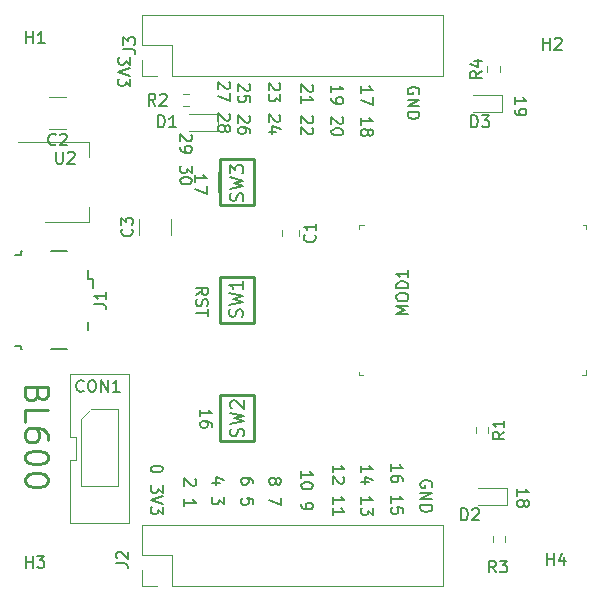
<source format=gbr>
%TF.GenerationSoftware,KiCad,Pcbnew,(5.1.12-1-10_14)*%
%TF.CreationDate,2022-01-30T11:35:25+08:00*%
%TF.ProjectId,bl600-sa-devboard,626c3630-302d-4736-912d-646576626f61,rev?*%
%TF.SameCoordinates,Original*%
%TF.FileFunction,Legend,Top*%
%TF.FilePolarity,Positive*%
%FSLAX46Y46*%
G04 Gerber Fmt 4.6, Leading zero omitted, Abs format (unit mm)*
G04 Created by KiCad (PCBNEW (5.1.12-1-10_14)) date 2022-01-30 11:35:25*
%MOMM*%
%LPD*%
G01*
G04 APERTURE LIST*
%ADD10C,0.250000*%
%ADD11C,0.150000*%
%ADD12C,0.120000*%
%ADD13C,0.100076*%
%ADD14C,0.254000*%
%ADD15C,0.152400*%
G04 APERTURE END LIST*
D10*
X103112857Y-82986190D02*
X103017619Y-83271904D01*
X102922380Y-83367142D01*
X102731904Y-83462380D01*
X102446190Y-83462380D01*
X102255714Y-83367142D01*
X102160476Y-83271904D01*
X102065238Y-83081428D01*
X102065238Y-82319523D01*
X104065238Y-82319523D01*
X104065238Y-82986190D01*
X103970000Y-83176666D01*
X103874761Y-83271904D01*
X103684285Y-83367142D01*
X103493809Y-83367142D01*
X103303333Y-83271904D01*
X103208095Y-83176666D01*
X103112857Y-82986190D01*
X103112857Y-82319523D01*
X102065238Y-85271904D02*
X102065238Y-84319523D01*
X104065238Y-84319523D01*
X104065238Y-86795714D02*
X104065238Y-86414761D01*
X103970000Y-86224285D01*
X103874761Y-86129047D01*
X103589047Y-85938571D01*
X103208095Y-85843333D01*
X102446190Y-85843333D01*
X102255714Y-85938571D01*
X102160476Y-86033809D01*
X102065238Y-86224285D01*
X102065238Y-86605238D01*
X102160476Y-86795714D01*
X102255714Y-86890952D01*
X102446190Y-86986190D01*
X102922380Y-86986190D01*
X103112857Y-86890952D01*
X103208095Y-86795714D01*
X103303333Y-86605238D01*
X103303333Y-86224285D01*
X103208095Y-86033809D01*
X103112857Y-85938571D01*
X102922380Y-85843333D01*
X104065238Y-88224285D02*
X104065238Y-88414761D01*
X103970000Y-88605238D01*
X103874761Y-88700476D01*
X103684285Y-88795714D01*
X103303333Y-88890952D01*
X102827142Y-88890952D01*
X102446190Y-88795714D01*
X102255714Y-88700476D01*
X102160476Y-88605238D01*
X102065238Y-88414761D01*
X102065238Y-88224285D01*
X102160476Y-88033809D01*
X102255714Y-87938571D01*
X102446190Y-87843333D01*
X102827142Y-87748095D01*
X103303333Y-87748095D01*
X103684285Y-87843333D01*
X103874761Y-87938571D01*
X103970000Y-88033809D01*
X104065238Y-88224285D01*
X104065238Y-90129047D02*
X104065238Y-90319523D01*
X103970000Y-90510000D01*
X103874761Y-90605238D01*
X103684285Y-90700476D01*
X103303333Y-90795714D01*
X102827142Y-90795714D01*
X102446190Y-90700476D01*
X102255714Y-90605238D01*
X102160476Y-90510000D01*
X102065238Y-90319523D01*
X102065238Y-90129047D01*
X102160476Y-89938571D01*
X102255714Y-89843333D01*
X102446190Y-89748095D01*
X102827142Y-89652857D01*
X103303333Y-89652857D01*
X103684285Y-89748095D01*
X103874761Y-89843333D01*
X103970000Y-89938571D01*
X104065238Y-90129047D01*
D11*
X113737619Y-89230476D02*
X113737619Y-89325714D01*
X113690000Y-89420952D01*
X113642380Y-89468571D01*
X113547142Y-89516190D01*
X113356666Y-89563809D01*
X113118571Y-89563809D01*
X112928095Y-89516190D01*
X112832857Y-89468571D01*
X112785238Y-89420952D01*
X112737619Y-89325714D01*
X112737619Y-89230476D01*
X112785238Y-89135238D01*
X112832857Y-89087619D01*
X112928095Y-89040000D01*
X113118571Y-88992380D01*
X113356666Y-88992380D01*
X113547142Y-89040000D01*
X113642380Y-89087619D01*
X113690000Y-89135238D01*
X113737619Y-89230476D01*
X113737619Y-90659047D02*
X113737619Y-91278095D01*
X113356666Y-90944761D01*
X113356666Y-91087619D01*
X113309047Y-91182857D01*
X113261428Y-91230476D01*
X113166190Y-91278095D01*
X112928095Y-91278095D01*
X112832857Y-91230476D01*
X112785238Y-91182857D01*
X112737619Y-91087619D01*
X112737619Y-90801904D01*
X112785238Y-90706666D01*
X112832857Y-90659047D01*
X113737619Y-91563809D02*
X112737619Y-91897142D01*
X113737619Y-92230476D01*
X113737619Y-92468571D02*
X113737619Y-93087619D01*
X113356666Y-92754285D01*
X113356666Y-92897142D01*
X113309047Y-92992380D01*
X113261428Y-93040000D01*
X113166190Y-93087619D01*
X112928095Y-93087619D01*
X112832857Y-93040000D01*
X112785238Y-92992380D01*
X112737619Y-92897142D01*
X112737619Y-92611428D01*
X112785238Y-92516190D01*
X112832857Y-92468571D01*
X116482380Y-90137142D02*
X116530000Y-90184761D01*
X116577619Y-90280000D01*
X116577619Y-90518095D01*
X116530000Y-90613333D01*
X116482380Y-90660952D01*
X116387142Y-90708571D01*
X116291904Y-90708571D01*
X116149047Y-90660952D01*
X115577619Y-90089523D01*
X115577619Y-90708571D01*
X115577619Y-92422857D02*
X115577619Y-91851428D01*
X115577619Y-92137142D02*
X116577619Y-92137142D01*
X116434761Y-92041904D01*
X116339523Y-91946666D01*
X116291904Y-91851428D01*
X118554285Y-90463333D02*
X117887619Y-90463333D01*
X118935238Y-90225238D02*
X118220952Y-89987142D01*
X118220952Y-90606190D01*
X118887619Y-91653809D02*
X118887619Y-92272857D01*
X118506666Y-91939523D01*
X118506666Y-92082380D01*
X118459047Y-92177619D01*
X118411428Y-92225238D01*
X118316190Y-92272857D01*
X118078095Y-92272857D01*
X117982857Y-92225238D01*
X117935238Y-92177619D01*
X117887619Y-92082380D01*
X117887619Y-91796666D01*
X117935238Y-91701428D01*
X117982857Y-91653809D01*
X121387619Y-90513333D02*
X121387619Y-90322857D01*
X121340000Y-90227619D01*
X121292380Y-90180000D01*
X121149523Y-90084761D01*
X120959047Y-90037142D01*
X120578095Y-90037142D01*
X120482857Y-90084761D01*
X120435238Y-90132380D01*
X120387619Y-90227619D01*
X120387619Y-90418095D01*
X120435238Y-90513333D01*
X120482857Y-90560952D01*
X120578095Y-90608571D01*
X120816190Y-90608571D01*
X120911428Y-90560952D01*
X120959047Y-90513333D01*
X121006666Y-90418095D01*
X121006666Y-90227619D01*
X120959047Y-90132380D01*
X120911428Y-90084761D01*
X120816190Y-90037142D01*
X121387619Y-92275238D02*
X121387619Y-91799047D01*
X120911428Y-91751428D01*
X120959047Y-91799047D01*
X121006666Y-91894285D01*
X121006666Y-92132380D01*
X120959047Y-92227619D01*
X120911428Y-92275238D01*
X120816190Y-92322857D01*
X120578095Y-92322857D01*
X120482857Y-92275238D01*
X120435238Y-92227619D01*
X120387619Y-92132380D01*
X120387619Y-91894285D01*
X120435238Y-91799047D01*
X120482857Y-91751428D01*
X123309047Y-90227619D02*
X123356666Y-90132380D01*
X123404285Y-90084761D01*
X123499523Y-90037142D01*
X123547142Y-90037142D01*
X123642380Y-90084761D01*
X123690000Y-90132380D01*
X123737619Y-90227619D01*
X123737619Y-90418095D01*
X123690000Y-90513333D01*
X123642380Y-90560952D01*
X123547142Y-90608571D01*
X123499523Y-90608571D01*
X123404285Y-90560952D01*
X123356666Y-90513333D01*
X123309047Y-90418095D01*
X123309047Y-90227619D01*
X123261428Y-90132380D01*
X123213809Y-90084761D01*
X123118571Y-90037142D01*
X122928095Y-90037142D01*
X122832857Y-90084761D01*
X122785238Y-90132380D01*
X122737619Y-90227619D01*
X122737619Y-90418095D01*
X122785238Y-90513333D01*
X122832857Y-90560952D01*
X122928095Y-90608571D01*
X123118571Y-90608571D01*
X123213809Y-90560952D01*
X123261428Y-90513333D01*
X123309047Y-90418095D01*
X123737619Y-91703809D02*
X123737619Y-92370476D01*
X122737619Y-91941904D01*
X125457619Y-90042380D02*
X125457619Y-89470952D01*
X125457619Y-89756666D02*
X126457619Y-89756666D01*
X126314761Y-89661428D01*
X126219523Y-89566190D01*
X126171904Y-89470952D01*
X126457619Y-90661428D02*
X126457619Y-90756666D01*
X126410000Y-90851904D01*
X126362380Y-90899523D01*
X126267142Y-90947142D01*
X126076666Y-90994761D01*
X125838571Y-90994761D01*
X125648095Y-90947142D01*
X125552857Y-90899523D01*
X125505238Y-90851904D01*
X125457619Y-90756666D01*
X125457619Y-90661428D01*
X125505238Y-90566190D01*
X125552857Y-90518571D01*
X125648095Y-90470952D01*
X125838571Y-90423333D01*
X126076666Y-90423333D01*
X126267142Y-90470952D01*
X126362380Y-90518571D01*
X126410000Y-90566190D01*
X126457619Y-90661428D01*
X125457619Y-92232857D02*
X125457619Y-92423333D01*
X125505238Y-92518571D01*
X125552857Y-92566190D01*
X125695714Y-92661428D01*
X125886190Y-92709047D01*
X126267142Y-92709047D01*
X126362380Y-92661428D01*
X126410000Y-92613809D01*
X126457619Y-92518571D01*
X126457619Y-92328095D01*
X126410000Y-92232857D01*
X126362380Y-92185238D01*
X126267142Y-92137619D01*
X126029047Y-92137619D01*
X125933809Y-92185238D01*
X125886190Y-92232857D01*
X125838571Y-92328095D01*
X125838571Y-92518571D01*
X125886190Y-92613809D01*
X125933809Y-92661428D01*
X126029047Y-92709047D01*
X128127619Y-89566190D02*
X128127619Y-88994761D01*
X128127619Y-89280476D02*
X129127619Y-89280476D01*
X128984761Y-89185238D01*
X128889523Y-89090000D01*
X128841904Y-88994761D01*
X129032380Y-89947142D02*
X129080000Y-89994761D01*
X129127619Y-90090000D01*
X129127619Y-90328095D01*
X129080000Y-90423333D01*
X129032380Y-90470952D01*
X128937142Y-90518571D01*
X128841904Y-90518571D01*
X128699047Y-90470952D01*
X128127619Y-89899523D01*
X128127619Y-90518571D01*
X128127619Y-92232857D02*
X128127619Y-91661428D01*
X128127619Y-91947142D02*
X129127619Y-91947142D01*
X128984761Y-91851904D01*
X128889523Y-91756666D01*
X128841904Y-91661428D01*
X128127619Y-93185238D02*
X128127619Y-92613809D01*
X128127619Y-92899523D02*
X129127619Y-92899523D01*
X128984761Y-92804285D01*
X128889523Y-92709047D01*
X128841904Y-92613809D01*
X130527619Y-89566190D02*
X130527619Y-88994761D01*
X130527619Y-89280476D02*
X131527619Y-89280476D01*
X131384761Y-89185238D01*
X131289523Y-89090000D01*
X131241904Y-88994761D01*
X131194285Y-90423333D02*
X130527619Y-90423333D01*
X131575238Y-90185238D02*
X130860952Y-89947142D01*
X130860952Y-90566190D01*
X130527619Y-92232857D02*
X130527619Y-91661428D01*
X130527619Y-91947142D02*
X131527619Y-91947142D01*
X131384761Y-91851904D01*
X131289523Y-91756666D01*
X131241904Y-91661428D01*
X131527619Y-92566190D02*
X131527619Y-93185238D01*
X131146666Y-92851904D01*
X131146666Y-92994761D01*
X131099047Y-93090000D01*
X131051428Y-93137619D01*
X130956190Y-93185238D01*
X130718095Y-93185238D01*
X130622857Y-93137619D01*
X130575238Y-93090000D01*
X130527619Y-92994761D01*
X130527619Y-92709047D01*
X130575238Y-92613809D01*
X130622857Y-92566190D01*
X133077619Y-89466190D02*
X133077619Y-88894761D01*
X133077619Y-89180476D02*
X134077619Y-89180476D01*
X133934761Y-89085238D01*
X133839523Y-88990000D01*
X133791904Y-88894761D01*
X134077619Y-90323333D02*
X134077619Y-90132857D01*
X134030000Y-90037619D01*
X133982380Y-89990000D01*
X133839523Y-89894761D01*
X133649047Y-89847142D01*
X133268095Y-89847142D01*
X133172857Y-89894761D01*
X133125238Y-89942380D01*
X133077619Y-90037619D01*
X133077619Y-90228095D01*
X133125238Y-90323333D01*
X133172857Y-90370952D01*
X133268095Y-90418571D01*
X133506190Y-90418571D01*
X133601428Y-90370952D01*
X133649047Y-90323333D01*
X133696666Y-90228095D01*
X133696666Y-90037619D01*
X133649047Y-89942380D01*
X133601428Y-89894761D01*
X133506190Y-89847142D01*
X133077619Y-92132857D02*
X133077619Y-91561428D01*
X133077619Y-91847142D02*
X134077619Y-91847142D01*
X133934761Y-91751904D01*
X133839523Y-91656666D01*
X133791904Y-91561428D01*
X134077619Y-93037619D02*
X134077619Y-92561428D01*
X133601428Y-92513809D01*
X133649047Y-92561428D01*
X133696666Y-92656666D01*
X133696666Y-92894761D01*
X133649047Y-92990000D01*
X133601428Y-93037619D01*
X133506190Y-93085238D01*
X133268095Y-93085238D01*
X133172857Y-93037619D01*
X133125238Y-92990000D01*
X133077619Y-92894761D01*
X133077619Y-92656666D01*
X133125238Y-92561428D01*
X133172857Y-92513809D01*
X136510000Y-90818095D02*
X136557619Y-90722857D01*
X136557619Y-90580000D01*
X136510000Y-90437142D01*
X136414761Y-90341904D01*
X136319523Y-90294285D01*
X136129047Y-90246666D01*
X135986190Y-90246666D01*
X135795714Y-90294285D01*
X135700476Y-90341904D01*
X135605238Y-90437142D01*
X135557619Y-90580000D01*
X135557619Y-90675238D01*
X135605238Y-90818095D01*
X135652857Y-90865714D01*
X135986190Y-90865714D01*
X135986190Y-90675238D01*
X135557619Y-91294285D02*
X136557619Y-91294285D01*
X135557619Y-91865714D01*
X136557619Y-91865714D01*
X135557619Y-92341904D02*
X136557619Y-92341904D01*
X136557619Y-92580000D01*
X136510000Y-92722857D01*
X136414761Y-92818095D01*
X136319523Y-92865714D01*
X136129047Y-92913333D01*
X135986190Y-92913333D01*
X135795714Y-92865714D01*
X135700476Y-92818095D01*
X135605238Y-92722857D01*
X135557619Y-92580000D01*
X135557619Y-92341904D01*
X110977619Y-54421904D02*
X110977619Y-55040952D01*
X110596666Y-54707619D01*
X110596666Y-54850476D01*
X110549047Y-54945714D01*
X110501428Y-54993333D01*
X110406190Y-55040952D01*
X110168095Y-55040952D01*
X110072857Y-54993333D01*
X110025238Y-54945714D01*
X109977619Y-54850476D01*
X109977619Y-54564761D01*
X110025238Y-54469523D01*
X110072857Y-54421904D01*
X110977619Y-55326666D02*
X109977619Y-55660000D01*
X110977619Y-55993333D01*
X110977619Y-56231428D02*
X110977619Y-56850476D01*
X110596666Y-56517142D01*
X110596666Y-56660000D01*
X110549047Y-56755238D01*
X110501428Y-56802857D01*
X110406190Y-56850476D01*
X110168095Y-56850476D01*
X110072857Y-56802857D01*
X110025238Y-56755238D01*
X109977619Y-56660000D01*
X109977619Y-56374285D01*
X110025238Y-56279047D01*
X110072857Y-56231428D01*
X116112380Y-60974761D02*
X116160000Y-61022380D01*
X116207619Y-61117619D01*
X116207619Y-61355714D01*
X116160000Y-61450952D01*
X116112380Y-61498571D01*
X116017142Y-61546190D01*
X115921904Y-61546190D01*
X115779047Y-61498571D01*
X115207619Y-60927142D01*
X115207619Y-61546190D01*
X115207619Y-62022380D02*
X115207619Y-62212857D01*
X115255238Y-62308095D01*
X115302857Y-62355714D01*
X115445714Y-62450952D01*
X115636190Y-62498571D01*
X116017142Y-62498571D01*
X116112380Y-62450952D01*
X116160000Y-62403333D01*
X116207619Y-62308095D01*
X116207619Y-62117619D01*
X116160000Y-62022380D01*
X116112380Y-61974761D01*
X116017142Y-61927142D01*
X115779047Y-61927142D01*
X115683809Y-61974761D01*
X115636190Y-62022380D01*
X115588571Y-62117619D01*
X115588571Y-62308095D01*
X115636190Y-62403333D01*
X115683809Y-62450952D01*
X115779047Y-62498571D01*
X116207619Y-63593809D02*
X116207619Y-64212857D01*
X115826666Y-63879523D01*
X115826666Y-64022380D01*
X115779047Y-64117619D01*
X115731428Y-64165238D01*
X115636190Y-64212857D01*
X115398095Y-64212857D01*
X115302857Y-64165238D01*
X115255238Y-64117619D01*
X115207619Y-64022380D01*
X115207619Y-63736666D01*
X115255238Y-63641428D01*
X115302857Y-63593809D01*
X116207619Y-64831904D02*
X116207619Y-64927142D01*
X116160000Y-65022380D01*
X116112380Y-65070000D01*
X116017142Y-65117619D01*
X115826666Y-65165238D01*
X115588571Y-65165238D01*
X115398095Y-65117619D01*
X115302857Y-65070000D01*
X115255238Y-65022380D01*
X115207619Y-64927142D01*
X115207619Y-64831904D01*
X115255238Y-64736666D01*
X115302857Y-64689047D01*
X115398095Y-64641428D01*
X115588571Y-64593809D01*
X115826666Y-64593809D01*
X116017142Y-64641428D01*
X116112380Y-64689047D01*
X116160000Y-64736666D01*
X116207619Y-64831904D01*
X119352380Y-56544761D02*
X119400000Y-56592380D01*
X119447619Y-56687619D01*
X119447619Y-56925714D01*
X119400000Y-57020952D01*
X119352380Y-57068571D01*
X119257142Y-57116190D01*
X119161904Y-57116190D01*
X119019047Y-57068571D01*
X118447619Y-56497142D01*
X118447619Y-57116190D01*
X119447619Y-57449523D02*
X119447619Y-58116190D01*
X118447619Y-57687619D01*
X119352380Y-59211428D02*
X119400000Y-59259047D01*
X119447619Y-59354285D01*
X119447619Y-59592380D01*
X119400000Y-59687619D01*
X119352380Y-59735238D01*
X119257142Y-59782857D01*
X119161904Y-59782857D01*
X119019047Y-59735238D01*
X118447619Y-59163809D01*
X118447619Y-59782857D01*
X119019047Y-60354285D02*
X119066666Y-60259047D01*
X119114285Y-60211428D01*
X119209523Y-60163809D01*
X119257142Y-60163809D01*
X119352380Y-60211428D01*
X119400000Y-60259047D01*
X119447619Y-60354285D01*
X119447619Y-60544761D01*
X119400000Y-60640000D01*
X119352380Y-60687619D01*
X119257142Y-60735238D01*
X119209523Y-60735238D01*
X119114285Y-60687619D01*
X119066666Y-60640000D01*
X119019047Y-60544761D01*
X119019047Y-60354285D01*
X118971428Y-60259047D01*
X118923809Y-60211428D01*
X118828571Y-60163809D01*
X118638095Y-60163809D01*
X118542857Y-60211428D01*
X118495238Y-60259047D01*
X118447619Y-60354285D01*
X118447619Y-60544761D01*
X118495238Y-60640000D01*
X118542857Y-60687619D01*
X118638095Y-60735238D01*
X118828571Y-60735238D01*
X118923809Y-60687619D01*
X118971428Y-60640000D01*
X119019047Y-60544761D01*
X121042380Y-56714761D02*
X121090000Y-56762380D01*
X121137619Y-56857619D01*
X121137619Y-57095714D01*
X121090000Y-57190952D01*
X121042380Y-57238571D01*
X120947142Y-57286190D01*
X120851904Y-57286190D01*
X120709047Y-57238571D01*
X120137619Y-56667142D01*
X120137619Y-57286190D01*
X121137619Y-58190952D02*
X121137619Y-57714761D01*
X120661428Y-57667142D01*
X120709047Y-57714761D01*
X120756666Y-57810000D01*
X120756666Y-58048095D01*
X120709047Y-58143333D01*
X120661428Y-58190952D01*
X120566190Y-58238571D01*
X120328095Y-58238571D01*
X120232857Y-58190952D01*
X120185238Y-58143333D01*
X120137619Y-58048095D01*
X120137619Y-57810000D01*
X120185238Y-57714761D01*
X120232857Y-57667142D01*
X121042380Y-59381428D02*
X121090000Y-59429047D01*
X121137619Y-59524285D01*
X121137619Y-59762380D01*
X121090000Y-59857619D01*
X121042380Y-59905238D01*
X120947142Y-59952857D01*
X120851904Y-59952857D01*
X120709047Y-59905238D01*
X120137619Y-59333809D01*
X120137619Y-59952857D01*
X121137619Y-60810000D02*
X121137619Y-60619523D01*
X121090000Y-60524285D01*
X121042380Y-60476666D01*
X120899523Y-60381428D01*
X120709047Y-60333809D01*
X120328095Y-60333809D01*
X120232857Y-60381428D01*
X120185238Y-60429047D01*
X120137619Y-60524285D01*
X120137619Y-60714761D01*
X120185238Y-60810000D01*
X120232857Y-60857619D01*
X120328095Y-60905238D01*
X120566190Y-60905238D01*
X120661428Y-60857619D01*
X120709047Y-60810000D01*
X120756666Y-60714761D01*
X120756666Y-60524285D01*
X120709047Y-60429047D01*
X120661428Y-60381428D01*
X120566190Y-60333809D01*
X123602380Y-56644761D02*
X123650000Y-56692380D01*
X123697619Y-56787619D01*
X123697619Y-57025714D01*
X123650000Y-57120952D01*
X123602380Y-57168571D01*
X123507142Y-57216190D01*
X123411904Y-57216190D01*
X123269047Y-57168571D01*
X122697619Y-56597142D01*
X122697619Y-57216190D01*
X123697619Y-57549523D02*
X123697619Y-58168571D01*
X123316666Y-57835238D01*
X123316666Y-57978095D01*
X123269047Y-58073333D01*
X123221428Y-58120952D01*
X123126190Y-58168571D01*
X122888095Y-58168571D01*
X122792857Y-58120952D01*
X122745238Y-58073333D01*
X122697619Y-57978095D01*
X122697619Y-57692380D01*
X122745238Y-57597142D01*
X122792857Y-57549523D01*
X123602380Y-59311428D02*
X123650000Y-59359047D01*
X123697619Y-59454285D01*
X123697619Y-59692380D01*
X123650000Y-59787619D01*
X123602380Y-59835238D01*
X123507142Y-59882857D01*
X123411904Y-59882857D01*
X123269047Y-59835238D01*
X122697619Y-59263809D01*
X122697619Y-59882857D01*
X123364285Y-60740000D02*
X122697619Y-60740000D01*
X123745238Y-60501904D02*
X123030952Y-60263809D01*
X123030952Y-60882857D01*
X126392380Y-56764761D02*
X126440000Y-56812380D01*
X126487619Y-56907619D01*
X126487619Y-57145714D01*
X126440000Y-57240952D01*
X126392380Y-57288571D01*
X126297142Y-57336190D01*
X126201904Y-57336190D01*
X126059047Y-57288571D01*
X125487619Y-56717142D01*
X125487619Y-57336190D01*
X125487619Y-58288571D02*
X125487619Y-57717142D01*
X125487619Y-58002857D02*
X126487619Y-58002857D01*
X126344761Y-57907619D01*
X126249523Y-57812380D01*
X126201904Y-57717142D01*
X126392380Y-59431428D02*
X126440000Y-59479047D01*
X126487619Y-59574285D01*
X126487619Y-59812380D01*
X126440000Y-59907619D01*
X126392380Y-59955238D01*
X126297142Y-60002857D01*
X126201904Y-60002857D01*
X126059047Y-59955238D01*
X125487619Y-59383809D01*
X125487619Y-60002857D01*
X126392380Y-60383809D02*
X126440000Y-60431428D01*
X126487619Y-60526666D01*
X126487619Y-60764761D01*
X126440000Y-60860000D01*
X126392380Y-60907619D01*
X126297142Y-60955238D01*
X126201904Y-60955238D01*
X126059047Y-60907619D01*
X125487619Y-60336190D01*
X125487619Y-60955238D01*
X128027619Y-57406190D02*
X128027619Y-56834761D01*
X128027619Y-57120476D02*
X129027619Y-57120476D01*
X128884761Y-57025238D01*
X128789523Y-56930000D01*
X128741904Y-56834761D01*
X128027619Y-57882380D02*
X128027619Y-58072857D01*
X128075238Y-58168095D01*
X128122857Y-58215714D01*
X128265714Y-58310952D01*
X128456190Y-58358571D01*
X128837142Y-58358571D01*
X128932380Y-58310952D01*
X128980000Y-58263333D01*
X129027619Y-58168095D01*
X129027619Y-57977619D01*
X128980000Y-57882380D01*
X128932380Y-57834761D01*
X128837142Y-57787142D01*
X128599047Y-57787142D01*
X128503809Y-57834761D01*
X128456190Y-57882380D01*
X128408571Y-57977619D01*
X128408571Y-58168095D01*
X128456190Y-58263333D01*
X128503809Y-58310952D01*
X128599047Y-58358571D01*
X128932380Y-59501428D02*
X128980000Y-59549047D01*
X129027619Y-59644285D01*
X129027619Y-59882380D01*
X128980000Y-59977619D01*
X128932380Y-60025238D01*
X128837142Y-60072857D01*
X128741904Y-60072857D01*
X128599047Y-60025238D01*
X128027619Y-59453809D01*
X128027619Y-60072857D01*
X129027619Y-60691904D02*
X129027619Y-60787142D01*
X128980000Y-60882380D01*
X128932380Y-60930000D01*
X128837142Y-60977619D01*
X128646666Y-61025238D01*
X128408571Y-61025238D01*
X128218095Y-60977619D01*
X128122857Y-60930000D01*
X128075238Y-60882380D01*
X128027619Y-60787142D01*
X128027619Y-60691904D01*
X128075238Y-60596666D01*
X128122857Y-60549047D01*
X128218095Y-60501428D01*
X128408571Y-60453809D01*
X128646666Y-60453809D01*
X128837142Y-60501428D01*
X128932380Y-60549047D01*
X128980000Y-60596666D01*
X129027619Y-60691904D01*
X130507619Y-57456190D02*
X130507619Y-56884761D01*
X130507619Y-57170476D02*
X131507619Y-57170476D01*
X131364761Y-57075238D01*
X131269523Y-56980000D01*
X131221904Y-56884761D01*
X131507619Y-57789523D02*
X131507619Y-58456190D01*
X130507619Y-58027619D01*
X130507619Y-60122857D02*
X130507619Y-59551428D01*
X130507619Y-59837142D02*
X131507619Y-59837142D01*
X131364761Y-59741904D01*
X131269523Y-59646666D01*
X131221904Y-59551428D01*
X131079047Y-60694285D02*
X131126666Y-60599047D01*
X131174285Y-60551428D01*
X131269523Y-60503809D01*
X131317142Y-60503809D01*
X131412380Y-60551428D01*
X131460000Y-60599047D01*
X131507619Y-60694285D01*
X131507619Y-60884761D01*
X131460000Y-60980000D01*
X131412380Y-61027619D01*
X131317142Y-61075238D01*
X131269523Y-61075238D01*
X131174285Y-61027619D01*
X131126666Y-60980000D01*
X131079047Y-60884761D01*
X131079047Y-60694285D01*
X131031428Y-60599047D01*
X130983809Y-60551428D01*
X130888571Y-60503809D01*
X130698095Y-60503809D01*
X130602857Y-60551428D01*
X130555238Y-60599047D01*
X130507619Y-60694285D01*
X130507619Y-60884761D01*
X130555238Y-60980000D01*
X130602857Y-61027619D01*
X130698095Y-61075238D01*
X130888571Y-61075238D01*
X130983809Y-61027619D01*
X131031428Y-60980000D01*
X131079047Y-60884761D01*
X135430000Y-57528095D02*
X135477619Y-57432857D01*
X135477619Y-57290000D01*
X135430000Y-57147142D01*
X135334761Y-57051904D01*
X135239523Y-57004285D01*
X135049047Y-56956666D01*
X134906190Y-56956666D01*
X134715714Y-57004285D01*
X134620476Y-57051904D01*
X134525238Y-57147142D01*
X134477619Y-57290000D01*
X134477619Y-57385238D01*
X134525238Y-57528095D01*
X134572857Y-57575714D01*
X134906190Y-57575714D01*
X134906190Y-57385238D01*
X134477619Y-58004285D02*
X135477619Y-58004285D01*
X134477619Y-58575714D01*
X135477619Y-58575714D01*
X134477619Y-59051904D02*
X135477619Y-59051904D01*
X135477619Y-59290000D01*
X135430000Y-59432857D01*
X135334761Y-59528095D01*
X135239523Y-59575714D01*
X135049047Y-59623333D01*
X134906190Y-59623333D01*
X134715714Y-59575714D01*
X134620476Y-59528095D01*
X134525238Y-59432857D01*
X134477619Y-59290000D01*
X134477619Y-59051904D01*
X116917619Y-84839523D02*
X116917619Y-84268095D01*
X116917619Y-84553809D02*
X117917619Y-84553809D01*
X117774761Y-84458571D01*
X117679523Y-84363333D01*
X117631904Y-84268095D01*
X117917619Y-85696666D02*
X117917619Y-85506190D01*
X117870000Y-85410952D01*
X117822380Y-85363333D01*
X117679523Y-85268095D01*
X117489047Y-85220476D01*
X117108095Y-85220476D01*
X117012857Y-85268095D01*
X116965238Y-85315714D01*
X116917619Y-85410952D01*
X116917619Y-85601428D01*
X116965238Y-85696666D01*
X117012857Y-85744285D01*
X117108095Y-85791904D01*
X117346190Y-85791904D01*
X117441428Y-85744285D01*
X117489047Y-85696666D01*
X117536666Y-85601428D01*
X117536666Y-85410952D01*
X117489047Y-85315714D01*
X117441428Y-85268095D01*
X117346190Y-85220476D01*
X116477619Y-64969523D02*
X116477619Y-64398095D01*
X116477619Y-64683809D02*
X117477619Y-64683809D01*
X117334761Y-64588571D01*
X117239523Y-64493333D01*
X117191904Y-64398095D01*
X117477619Y-65302857D02*
X117477619Y-65969523D01*
X116477619Y-65540952D01*
X116557619Y-74542380D02*
X117033809Y-74209047D01*
X116557619Y-73970952D02*
X117557619Y-73970952D01*
X117557619Y-74351904D01*
X117510000Y-74447142D01*
X117462380Y-74494761D01*
X117367142Y-74542380D01*
X117224285Y-74542380D01*
X117129047Y-74494761D01*
X117081428Y-74447142D01*
X117033809Y-74351904D01*
X117033809Y-73970952D01*
X116605238Y-74923333D02*
X116557619Y-75066190D01*
X116557619Y-75304285D01*
X116605238Y-75399523D01*
X116652857Y-75447142D01*
X116748095Y-75494761D01*
X116843333Y-75494761D01*
X116938571Y-75447142D01*
X116986190Y-75399523D01*
X117033809Y-75304285D01*
X117081428Y-75113809D01*
X117129047Y-75018571D01*
X117176666Y-74970952D01*
X117271904Y-74923333D01*
X117367142Y-74923333D01*
X117462380Y-74970952D01*
X117510000Y-75018571D01*
X117557619Y-75113809D01*
X117557619Y-75351904D01*
X117510000Y-75494761D01*
X117557619Y-75780476D02*
X117557619Y-76351904D01*
X116557619Y-76066190D02*
X117557619Y-76066190D01*
X143747619Y-91539523D02*
X143747619Y-90968095D01*
X143747619Y-91253809D02*
X144747619Y-91253809D01*
X144604761Y-91158571D01*
X144509523Y-91063333D01*
X144461904Y-90968095D01*
X144319047Y-92110952D02*
X144366666Y-92015714D01*
X144414285Y-91968095D01*
X144509523Y-91920476D01*
X144557142Y-91920476D01*
X144652380Y-91968095D01*
X144700000Y-92015714D01*
X144747619Y-92110952D01*
X144747619Y-92301428D01*
X144700000Y-92396666D01*
X144652380Y-92444285D01*
X144557142Y-92491904D01*
X144509523Y-92491904D01*
X144414285Y-92444285D01*
X144366666Y-92396666D01*
X144319047Y-92301428D01*
X144319047Y-92110952D01*
X144271428Y-92015714D01*
X144223809Y-91968095D01*
X144128571Y-91920476D01*
X143938095Y-91920476D01*
X143842857Y-91968095D01*
X143795238Y-92015714D01*
X143747619Y-92110952D01*
X143747619Y-92301428D01*
X143795238Y-92396666D01*
X143842857Y-92444285D01*
X143938095Y-92491904D01*
X144128571Y-92491904D01*
X144223809Y-92444285D01*
X144271428Y-92396666D01*
X144319047Y-92301428D01*
X143537619Y-58399523D02*
X143537619Y-57828095D01*
X143537619Y-58113809D02*
X144537619Y-58113809D01*
X144394761Y-58018571D01*
X144299523Y-57923333D01*
X144251904Y-57828095D01*
X143537619Y-58875714D02*
X143537619Y-59066190D01*
X143585238Y-59161428D01*
X143632857Y-59209047D01*
X143775714Y-59304285D01*
X143966190Y-59351904D01*
X144347142Y-59351904D01*
X144442380Y-59304285D01*
X144490000Y-59256666D01*
X144537619Y-59161428D01*
X144537619Y-58970952D01*
X144490000Y-58875714D01*
X144442380Y-58828095D01*
X144347142Y-58780476D01*
X144109047Y-58780476D01*
X144013809Y-58828095D01*
X143966190Y-58875714D01*
X143918571Y-58970952D01*
X143918571Y-59161428D01*
X143966190Y-59256666D01*
X144013809Y-59304285D01*
X144109047Y-59351904D01*
D12*
%TO.C,C3*%
X111710000Y-69511252D02*
X111710000Y-68088748D01*
X114430000Y-69511252D02*
X114430000Y-68088748D01*
%TO.C,C2*%
X105561252Y-60500000D02*
X104138748Y-60500000D01*
X105561252Y-57780000D02*
X104138748Y-57780000D01*
D13*
%TO.C,MOD1*%
X130400070Y-81350000D02*
X130400070Y-81050026D01*
X130700044Y-81350000D02*
X130400070Y-81350000D01*
X130700044Y-68650000D02*
X130750082Y-68650000D01*
X130400070Y-68650000D02*
X130700044Y-68650000D01*
X130400070Y-69000012D02*
X130400070Y-68650000D01*
X149599930Y-81350000D02*
X149249918Y-81350000D01*
X149599930Y-80899912D02*
X149599930Y-81350000D01*
X149599930Y-68650000D02*
X149299956Y-68650000D01*
X149599930Y-69000012D02*
X149599930Y-68650000D01*
D12*
%TO.C,C1*%
X125295000Y-69026248D02*
X125295000Y-69548752D01*
X123825000Y-69026248D02*
X123825000Y-69548752D01*
D14*
%TO.C,SW3*%
X118540008Y-64144274D02*
X118540008Y-65844296D01*
X118550168Y-63050042D02*
X121450086Y-63050042D01*
X118550168Y-66949958D02*
X118550168Y-63050042D01*
X121450086Y-66949958D02*
X118550168Y-66949958D01*
X121450086Y-63050042D02*
X121450086Y-66949958D01*
%TO.C,SW2*%
X121459992Y-85855726D02*
X121459992Y-84155704D01*
X121449832Y-86949958D02*
X118549914Y-86949958D01*
X121449832Y-83050042D02*
X121449832Y-86949958D01*
X118549914Y-83050042D02*
X121449832Y-83050042D01*
X118549914Y-86949958D02*
X118549914Y-83050042D01*
%TO.C,SW1*%
X121459992Y-75855726D02*
X121459992Y-74155704D01*
X121449832Y-76949958D02*
X118549914Y-76949958D01*
X121449832Y-73050042D02*
X121449832Y-76949958D01*
X118549914Y-73050042D02*
X121449832Y-73050042D01*
X118549914Y-76949958D02*
X118549914Y-73050042D01*
D12*
%TO.C,R4*%
X141217500Y-55667258D02*
X141217500Y-55192742D01*
X142262500Y-55667258D02*
X142262500Y-55192742D01*
%TO.C,R3*%
X142722500Y-94952742D02*
X142722500Y-95427258D01*
X141677500Y-94952742D02*
X141677500Y-95427258D01*
%TO.C,R2*%
X115967258Y-58552500D02*
X115492742Y-58552500D01*
X115967258Y-57507500D02*
X115492742Y-57507500D01*
%TO.C,D3*%
X139980000Y-59065000D02*
X142440000Y-59065000D01*
X142440000Y-59065000D02*
X142440000Y-57595000D01*
X142440000Y-57595000D02*
X139980000Y-57595000D01*
%TO.C,D2*%
X140430000Y-92335000D02*
X142890000Y-92335000D01*
X142890000Y-92335000D02*
X142890000Y-90865000D01*
X142890000Y-90865000D02*
X140430000Y-90865000D01*
%TO.C,D1*%
X115950000Y-60695000D02*
X118410000Y-60695000D01*
X118410000Y-60695000D02*
X118410000Y-59225000D01*
X118410000Y-59225000D02*
X115950000Y-59225000D01*
%TO.C,U2*%
X101520000Y-61570000D02*
X107530000Y-61570000D01*
X103770000Y-68390000D02*
X107530000Y-68390000D01*
X107530000Y-61570000D02*
X107530000Y-62830000D01*
X107530000Y-68390000D02*
X107530000Y-67130000D01*
%TO.C,R1*%
X140267500Y-85732742D02*
X140267500Y-86207258D01*
X141312500Y-85732742D02*
X141312500Y-86207258D01*
%TO.C,J3*%
X111960000Y-56010000D02*
X111960000Y-54680000D01*
X113290000Y-56010000D02*
X111960000Y-56010000D01*
X111960000Y-53410000D02*
X111960000Y-50810000D01*
X114560000Y-53410000D02*
X111960000Y-53410000D01*
X114560000Y-56010000D02*
X114560000Y-53410000D01*
X111960000Y-50810000D02*
X137480000Y-50810000D01*
X114560000Y-56010000D02*
X137480000Y-56010000D01*
X137480000Y-56010000D02*
X137480000Y-50810000D01*
%TO.C,J2*%
X111960000Y-99190000D02*
X111960000Y-97860000D01*
X113290000Y-99190000D02*
X111960000Y-99190000D01*
X111960000Y-96590000D02*
X111960000Y-93990000D01*
X114560000Y-96590000D02*
X111960000Y-96590000D01*
X114560000Y-99190000D02*
X114560000Y-96590000D01*
X111960000Y-93990000D02*
X137480000Y-93990000D01*
X114560000Y-99190000D02*
X137480000Y-99190000D01*
X137480000Y-99190000D02*
X137480000Y-93990000D01*
D11*
%TO.C,J1*%
X105650000Y-70850000D02*
X104250000Y-70850000D01*
X101850000Y-70850000D02*
X101700000Y-70850000D01*
X101700000Y-70850000D02*
X101700000Y-71150000D01*
X101700000Y-71150000D02*
X101250000Y-71150000D01*
X101250000Y-78850000D02*
X101700000Y-78850000D01*
X101700000Y-78850000D02*
X101700000Y-79150000D01*
X101700000Y-79150000D02*
X101850000Y-79150000D01*
X104250000Y-79150000D02*
X105650000Y-79150000D01*
X107825000Y-73925000D02*
X107825000Y-73200000D01*
X107825000Y-73200000D02*
X107400000Y-73200000D01*
X107400000Y-73200000D02*
X107400000Y-72475000D01*
X107400000Y-76800000D02*
X107400000Y-77525000D01*
D12*
%TO.C,CON1*%
X105910000Y-86540000D02*
X105910000Y-81215000D01*
X106410000Y-86540000D02*
X105910000Y-86540000D01*
X106410000Y-88540000D02*
X106410000Y-86540000D01*
X105910000Y-88540000D02*
X106410000Y-88540000D01*
X105910000Y-93865000D02*
X105910000Y-88540000D01*
X110910000Y-93865000D02*
X105910000Y-93865000D01*
X110910000Y-81215000D02*
X110910000Y-93865000D01*
X105910000Y-81215000D02*
X110910000Y-81215000D01*
X107630000Y-84230000D02*
X109960000Y-84230000D01*
X109960000Y-84230000D02*
X109960000Y-84990000D01*
X109960000Y-85030000D02*
X109960000Y-85625000D01*
X109960000Y-85625000D02*
X109960000Y-90765000D01*
X106790000Y-90765000D02*
X109340000Y-90760000D01*
X109317530Y-90765000D02*
X109960000Y-90765000D01*
X106830000Y-85100000D02*
X106790000Y-90765000D01*
X106830000Y-85090000D02*
X107600000Y-84260000D01*
%TO.C,C3*%
D11*
X111127142Y-68966666D02*
X111174761Y-69014285D01*
X111222380Y-69157142D01*
X111222380Y-69252380D01*
X111174761Y-69395238D01*
X111079523Y-69490476D01*
X110984285Y-69538095D01*
X110793809Y-69585714D01*
X110650952Y-69585714D01*
X110460476Y-69538095D01*
X110365238Y-69490476D01*
X110270000Y-69395238D01*
X110222380Y-69252380D01*
X110222380Y-69157142D01*
X110270000Y-69014285D01*
X110317619Y-68966666D01*
X110222380Y-68633333D02*
X110222380Y-68014285D01*
X110603333Y-68347619D01*
X110603333Y-68204761D01*
X110650952Y-68109523D01*
X110698571Y-68061904D01*
X110793809Y-68014285D01*
X111031904Y-68014285D01*
X111127142Y-68061904D01*
X111174761Y-68109523D01*
X111222380Y-68204761D01*
X111222380Y-68490476D01*
X111174761Y-68585714D01*
X111127142Y-68633333D01*
%TO.C,C2*%
X104683333Y-61797142D02*
X104635714Y-61844761D01*
X104492857Y-61892380D01*
X104397619Y-61892380D01*
X104254761Y-61844761D01*
X104159523Y-61749523D01*
X104111904Y-61654285D01*
X104064285Y-61463809D01*
X104064285Y-61320952D01*
X104111904Y-61130476D01*
X104159523Y-61035238D01*
X104254761Y-60940000D01*
X104397619Y-60892380D01*
X104492857Y-60892380D01*
X104635714Y-60940000D01*
X104683333Y-60987619D01*
X105064285Y-60987619D02*
X105111904Y-60940000D01*
X105207142Y-60892380D01*
X105445238Y-60892380D01*
X105540476Y-60940000D01*
X105588095Y-60987619D01*
X105635714Y-61082857D01*
X105635714Y-61178095D01*
X105588095Y-61320952D01*
X105016666Y-61892380D01*
X105635714Y-61892380D01*
%TO.C,MOD1*%
X134522380Y-76173333D02*
X133522380Y-76173333D01*
X134236666Y-75840000D01*
X133522380Y-75506666D01*
X134522380Y-75506666D01*
X133522380Y-74840000D02*
X133522380Y-74649523D01*
X133570000Y-74554285D01*
X133665238Y-74459047D01*
X133855714Y-74411428D01*
X134189047Y-74411428D01*
X134379523Y-74459047D01*
X134474761Y-74554285D01*
X134522380Y-74649523D01*
X134522380Y-74840000D01*
X134474761Y-74935238D01*
X134379523Y-75030476D01*
X134189047Y-75078095D01*
X133855714Y-75078095D01*
X133665238Y-75030476D01*
X133570000Y-74935238D01*
X133522380Y-74840000D01*
X134522380Y-73982857D02*
X133522380Y-73982857D01*
X133522380Y-73744761D01*
X133570000Y-73601904D01*
X133665238Y-73506666D01*
X133760476Y-73459047D01*
X133950952Y-73411428D01*
X134093809Y-73411428D01*
X134284285Y-73459047D01*
X134379523Y-73506666D01*
X134474761Y-73601904D01*
X134522380Y-73744761D01*
X134522380Y-73982857D01*
X134522380Y-72459047D02*
X134522380Y-73030476D01*
X134522380Y-72744761D02*
X133522380Y-72744761D01*
X133665238Y-72840000D01*
X133760476Y-72935238D01*
X133808095Y-73030476D01*
%TO.C,C1*%
X126597142Y-69454166D02*
X126644761Y-69501785D01*
X126692380Y-69644642D01*
X126692380Y-69739880D01*
X126644761Y-69882738D01*
X126549523Y-69977976D01*
X126454285Y-70025595D01*
X126263809Y-70073214D01*
X126120952Y-70073214D01*
X125930476Y-70025595D01*
X125835238Y-69977976D01*
X125740000Y-69882738D01*
X125692380Y-69739880D01*
X125692380Y-69644642D01*
X125740000Y-69501785D01*
X125787619Y-69454166D01*
X126692380Y-68501785D02*
X126692380Y-69073214D01*
X126692380Y-68787500D02*
X125692380Y-68787500D01*
X125835238Y-68882738D01*
X125930476Y-68977976D01*
X125978095Y-69073214D01*
%TO.C,SW3*%
D15*
X120522642Y-66604774D02*
X120577071Y-66441488D01*
X120577071Y-66169345D01*
X120522642Y-66060488D01*
X120468214Y-66006060D01*
X120359357Y-65951631D01*
X120250500Y-65951631D01*
X120141642Y-66006060D01*
X120087214Y-66060488D01*
X120032785Y-66169345D01*
X119978357Y-66387060D01*
X119923928Y-66495917D01*
X119869500Y-66550345D01*
X119760642Y-66604774D01*
X119651785Y-66604774D01*
X119542928Y-66550345D01*
X119488500Y-66495917D01*
X119434071Y-66387060D01*
X119434071Y-66114917D01*
X119488500Y-65951631D01*
X119434071Y-65570631D02*
X120577071Y-65298488D01*
X119760642Y-65080774D01*
X120577071Y-64863060D01*
X119434071Y-64590917D01*
X119434071Y-64264345D02*
X119434071Y-63556774D01*
X119869500Y-63937774D01*
X119869500Y-63774488D01*
X119923928Y-63665631D01*
X119978357Y-63611202D01*
X120087214Y-63556774D01*
X120359357Y-63556774D01*
X120468214Y-63611202D01*
X120522642Y-63665631D01*
X120577071Y-63774488D01*
X120577071Y-64101060D01*
X120522642Y-64209917D01*
X120468214Y-64264345D01*
%TO.C,SW2*%
X120562642Y-86533225D02*
X120617071Y-86369940D01*
X120617071Y-86097797D01*
X120562642Y-85988940D01*
X120508214Y-85934511D01*
X120399357Y-85880082D01*
X120290500Y-85880082D01*
X120181642Y-85934511D01*
X120127214Y-85988940D01*
X120072785Y-86097797D01*
X120018357Y-86315511D01*
X119963928Y-86424368D01*
X119909500Y-86478797D01*
X119800642Y-86533225D01*
X119691785Y-86533225D01*
X119582928Y-86478797D01*
X119528500Y-86424368D01*
X119474071Y-86315511D01*
X119474071Y-86043368D01*
X119528500Y-85880082D01*
X119474071Y-85499082D02*
X120617071Y-85226940D01*
X119800642Y-85009225D01*
X120617071Y-84791511D01*
X119474071Y-84519368D01*
X119582928Y-84138368D02*
X119528500Y-84083940D01*
X119474071Y-83975082D01*
X119474071Y-83702940D01*
X119528500Y-83594082D01*
X119582928Y-83539654D01*
X119691785Y-83485225D01*
X119800642Y-83485225D01*
X119963928Y-83539654D01*
X120617071Y-84192797D01*
X120617071Y-83485225D01*
%TO.C,SW1*%
X120472642Y-76423225D02*
X120527071Y-76259940D01*
X120527071Y-75987797D01*
X120472642Y-75878940D01*
X120418214Y-75824511D01*
X120309357Y-75770082D01*
X120200500Y-75770082D01*
X120091642Y-75824511D01*
X120037214Y-75878940D01*
X119982785Y-75987797D01*
X119928357Y-76205511D01*
X119873928Y-76314368D01*
X119819500Y-76368797D01*
X119710642Y-76423225D01*
X119601785Y-76423225D01*
X119492928Y-76368797D01*
X119438500Y-76314368D01*
X119384071Y-76205511D01*
X119384071Y-75933368D01*
X119438500Y-75770082D01*
X119384071Y-75389082D02*
X120527071Y-75116940D01*
X119710642Y-74899225D01*
X120527071Y-74681511D01*
X119384071Y-74409368D01*
X120527071Y-73375225D02*
X120527071Y-74028368D01*
X120527071Y-73701797D02*
X119384071Y-73701797D01*
X119547357Y-73810654D01*
X119656214Y-73919511D01*
X119710642Y-74028368D01*
%TO.C,R4*%
D11*
X140762380Y-55596666D02*
X140286190Y-55930000D01*
X140762380Y-56168095D02*
X139762380Y-56168095D01*
X139762380Y-55787142D01*
X139810000Y-55691904D01*
X139857619Y-55644285D01*
X139952857Y-55596666D01*
X140095714Y-55596666D01*
X140190952Y-55644285D01*
X140238571Y-55691904D01*
X140286190Y-55787142D01*
X140286190Y-56168095D01*
X140095714Y-54739523D02*
X140762380Y-54739523D01*
X139714761Y-54977619D02*
X140429047Y-55215714D01*
X140429047Y-54596666D01*
%TO.C,R3*%
X141943333Y-98042380D02*
X141610000Y-97566190D01*
X141371904Y-98042380D02*
X141371904Y-97042380D01*
X141752857Y-97042380D01*
X141848095Y-97090000D01*
X141895714Y-97137619D01*
X141943333Y-97232857D01*
X141943333Y-97375714D01*
X141895714Y-97470952D01*
X141848095Y-97518571D01*
X141752857Y-97566190D01*
X141371904Y-97566190D01*
X142276666Y-97042380D02*
X142895714Y-97042380D01*
X142562380Y-97423333D01*
X142705238Y-97423333D01*
X142800476Y-97470952D01*
X142848095Y-97518571D01*
X142895714Y-97613809D01*
X142895714Y-97851904D01*
X142848095Y-97947142D01*
X142800476Y-97994761D01*
X142705238Y-98042380D01*
X142419523Y-98042380D01*
X142324285Y-97994761D01*
X142276666Y-97947142D01*
%TO.C,R2*%
X113123333Y-58522380D02*
X112790000Y-58046190D01*
X112551904Y-58522380D02*
X112551904Y-57522380D01*
X112932857Y-57522380D01*
X113028095Y-57570000D01*
X113075714Y-57617619D01*
X113123333Y-57712857D01*
X113123333Y-57855714D01*
X113075714Y-57950952D01*
X113028095Y-57998571D01*
X112932857Y-58046190D01*
X112551904Y-58046190D01*
X113504285Y-57617619D02*
X113551904Y-57570000D01*
X113647142Y-57522380D01*
X113885238Y-57522380D01*
X113980476Y-57570000D01*
X114028095Y-57617619D01*
X114075714Y-57712857D01*
X114075714Y-57808095D01*
X114028095Y-57950952D01*
X113456666Y-58522380D01*
X114075714Y-58522380D01*
%TO.C,D3*%
X139861904Y-60352380D02*
X139861904Y-59352380D01*
X140100000Y-59352380D01*
X140242857Y-59400000D01*
X140338095Y-59495238D01*
X140385714Y-59590476D01*
X140433333Y-59780952D01*
X140433333Y-59923809D01*
X140385714Y-60114285D01*
X140338095Y-60209523D01*
X140242857Y-60304761D01*
X140100000Y-60352380D01*
X139861904Y-60352380D01*
X140766666Y-59352380D02*
X141385714Y-59352380D01*
X141052380Y-59733333D01*
X141195238Y-59733333D01*
X141290476Y-59780952D01*
X141338095Y-59828571D01*
X141385714Y-59923809D01*
X141385714Y-60161904D01*
X141338095Y-60257142D01*
X141290476Y-60304761D01*
X141195238Y-60352380D01*
X140909523Y-60352380D01*
X140814285Y-60304761D01*
X140766666Y-60257142D01*
%TO.C,D2*%
X139001904Y-93622380D02*
X139001904Y-92622380D01*
X139240000Y-92622380D01*
X139382857Y-92670000D01*
X139478095Y-92765238D01*
X139525714Y-92860476D01*
X139573333Y-93050952D01*
X139573333Y-93193809D01*
X139525714Y-93384285D01*
X139478095Y-93479523D01*
X139382857Y-93574761D01*
X139240000Y-93622380D01*
X139001904Y-93622380D01*
X139954285Y-92717619D02*
X140001904Y-92670000D01*
X140097142Y-92622380D01*
X140335238Y-92622380D01*
X140430476Y-92670000D01*
X140478095Y-92717619D01*
X140525714Y-92812857D01*
X140525714Y-92908095D01*
X140478095Y-93050952D01*
X139906666Y-93622380D01*
X140525714Y-93622380D01*
%TO.C,D1*%
X113341904Y-60342380D02*
X113341904Y-59342380D01*
X113580000Y-59342380D01*
X113722857Y-59390000D01*
X113818095Y-59485238D01*
X113865714Y-59580476D01*
X113913333Y-59770952D01*
X113913333Y-59913809D01*
X113865714Y-60104285D01*
X113818095Y-60199523D01*
X113722857Y-60294761D01*
X113580000Y-60342380D01*
X113341904Y-60342380D01*
X114865714Y-60342380D02*
X114294285Y-60342380D01*
X114580000Y-60342380D02*
X114580000Y-59342380D01*
X114484761Y-59485238D01*
X114389523Y-59580476D01*
X114294285Y-59628095D01*
%TO.C,U2*%
X104708095Y-62442380D02*
X104708095Y-63251904D01*
X104755714Y-63347142D01*
X104803333Y-63394761D01*
X104898571Y-63442380D01*
X105089047Y-63442380D01*
X105184285Y-63394761D01*
X105231904Y-63347142D01*
X105279523Y-63251904D01*
X105279523Y-62442380D01*
X105708095Y-62537619D02*
X105755714Y-62490000D01*
X105850952Y-62442380D01*
X106089047Y-62442380D01*
X106184285Y-62490000D01*
X106231904Y-62537619D01*
X106279523Y-62632857D01*
X106279523Y-62728095D01*
X106231904Y-62870952D01*
X105660476Y-63442380D01*
X106279523Y-63442380D01*
%TO.C,R1*%
X142672380Y-86136666D02*
X142196190Y-86470000D01*
X142672380Y-86708095D02*
X141672380Y-86708095D01*
X141672380Y-86327142D01*
X141720000Y-86231904D01*
X141767619Y-86184285D01*
X141862857Y-86136666D01*
X142005714Y-86136666D01*
X142100952Y-86184285D01*
X142148571Y-86231904D01*
X142196190Y-86327142D01*
X142196190Y-86708095D01*
X142672380Y-85184285D02*
X142672380Y-85755714D01*
X142672380Y-85470000D02*
X141672380Y-85470000D01*
X141815238Y-85565238D01*
X141910476Y-85660476D01*
X141958095Y-85755714D01*
%TO.C,J3*%
X110412380Y-53743333D02*
X111126666Y-53743333D01*
X111269523Y-53790952D01*
X111364761Y-53886190D01*
X111412380Y-54029047D01*
X111412380Y-54124285D01*
X110412380Y-53362380D02*
X110412380Y-52743333D01*
X110793333Y-53076666D01*
X110793333Y-52933809D01*
X110840952Y-52838571D01*
X110888571Y-52790952D01*
X110983809Y-52743333D01*
X111221904Y-52743333D01*
X111317142Y-52790952D01*
X111364761Y-52838571D01*
X111412380Y-52933809D01*
X111412380Y-53219523D01*
X111364761Y-53314761D01*
X111317142Y-53362380D01*
%TO.C,J2*%
X109782380Y-97283333D02*
X110496666Y-97283333D01*
X110639523Y-97330952D01*
X110734761Y-97426190D01*
X110782380Y-97569047D01*
X110782380Y-97664285D01*
X109877619Y-96854761D02*
X109830000Y-96807142D01*
X109782380Y-96711904D01*
X109782380Y-96473809D01*
X109830000Y-96378571D01*
X109877619Y-96330952D01*
X109972857Y-96283333D01*
X110068095Y-96283333D01*
X110210952Y-96330952D01*
X110782380Y-96902380D01*
X110782380Y-96283333D01*
%TO.C,J1*%
X107952380Y-75333333D02*
X108666666Y-75333333D01*
X108809523Y-75380952D01*
X108904761Y-75476190D01*
X108952380Y-75619047D01*
X108952380Y-75714285D01*
X108952380Y-74333333D02*
X108952380Y-74904761D01*
X108952380Y-74619047D02*
X107952380Y-74619047D01*
X108095238Y-74714285D01*
X108190476Y-74809523D01*
X108238095Y-74904761D01*
%TO.C,H4*%
X146278095Y-97412380D02*
X146278095Y-96412380D01*
X146278095Y-96888571D02*
X146849523Y-96888571D01*
X146849523Y-97412380D02*
X146849523Y-96412380D01*
X147754285Y-96745714D02*
X147754285Y-97412380D01*
X147516190Y-96364761D02*
X147278095Y-97079047D01*
X147897142Y-97079047D01*
%TO.C,H3*%
X102148095Y-97652380D02*
X102148095Y-96652380D01*
X102148095Y-97128571D02*
X102719523Y-97128571D01*
X102719523Y-97652380D02*
X102719523Y-96652380D01*
X103100476Y-96652380D02*
X103719523Y-96652380D01*
X103386190Y-97033333D01*
X103529047Y-97033333D01*
X103624285Y-97080952D01*
X103671904Y-97128571D01*
X103719523Y-97223809D01*
X103719523Y-97461904D01*
X103671904Y-97557142D01*
X103624285Y-97604761D01*
X103529047Y-97652380D01*
X103243333Y-97652380D01*
X103148095Y-97604761D01*
X103100476Y-97557142D01*
%TO.C,H2*%
X145938095Y-53782380D02*
X145938095Y-52782380D01*
X145938095Y-53258571D02*
X146509523Y-53258571D01*
X146509523Y-53782380D02*
X146509523Y-52782380D01*
X146938095Y-52877619D02*
X146985714Y-52830000D01*
X147080952Y-52782380D01*
X147319047Y-52782380D01*
X147414285Y-52830000D01*
X147461904Y-52877619D01*
X147509523Y-52972857D01*
X147509523Y-53068095D01*
X147461904Y-53210952D01*
X146890476Y-53782380D01*
X147509523Y-53782380D01*
%TO.C,H1*%
X102178095Y-53232380D02*
X102178095Y-52232380D01*
X102178095Y-52708571D02*
X102749523Y-52708571D01*
X102749523Y-53232380D02*
X102749523Y-52232380D01*
X103749523Y-53232380D02*
X103178095Y-53232380D01*
X103463809Y-53232380D02*
X103463809Y-52232380D01*
X103368571Y-52375238D01*
X103273333Y-52470476D01*
X103178095Y-52518095D01*
%TO.C,CON1*%
X107045714Y-82657142D02*
X106998095Y-82704761D01*
X106855238Y-82752380D01*
X106760000Y-82752380D01*
X106617142Y-82704761D01*
X106521904Y-82609523D01*
X106474285Y-82514285D01*
X106426666Y-82323809D01*
X106426666Y-82180952D01*
X106474285Y-81990476D01*
X106521904Y-81895238D01*
X106617142Y-81800000D01*
X106760000Y-81752380D01*
X106855238Y-81752380D01*
X106998095Y-81800000D01*
X107045714Y-81847619D01*
X107664761Y-81752380D02*
X107855238Y-81752380D01*
X107950476Y-81800000D01*
X108045714Y-81895238D01*
X108093333Y-82085714D01*
X108093333Y-82419047D01*
X108045714Y-82609523D01*
X107950476Y-82704761D01*
X107855238Y-82752380D01*
X107664761Y-82752380D01*
X107569523Y-82704761D01*
X107474285Y-82609523D01*
X107426666Y-82419047D01*
X107426666Y-82085714D01*
X107474285Y-81895238D01*
X107569523Y-81800000D01*
X107664761Y-81752380D01*
X108521904Y-82752380D02*
X108521904Y-81752380D01*
X109093333Y-82752380D01*
X109093333Y-81752380D01*
X110093333Y-82752380D02*
X109521904Y-82752380D01*
X109807619Y-82752380D02*
X109807619Y-81752380D01*
X109712380Y-81895238D01*
X109617142Y-81990476D01*
X109521904Y-82038095D01*
%TD*%
M02*

</source>
